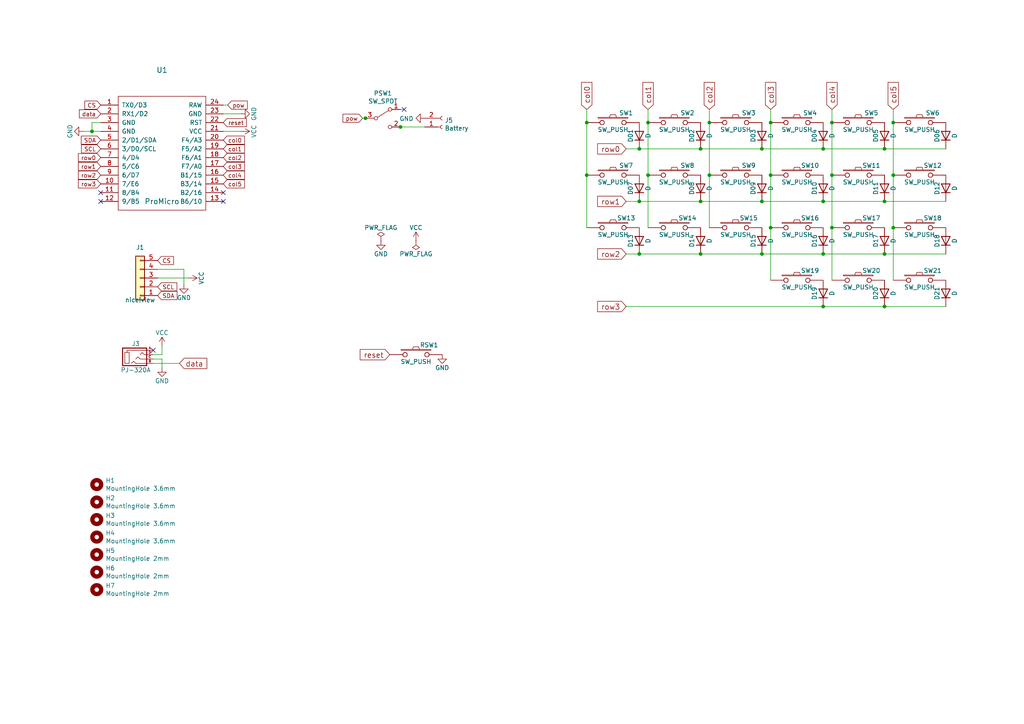
<source format=kicad_sch>
(kicad_sch (version 20230121) (generator eeschema)
  (paper "A4")
  (lib_symbols
    (symbol "Connector:Conn_01x02_Female" (pin_names (offset 1.016) hide)
      (property "Reference" "J2" (at 0.7112 -0.6096 0))
      (property "Value" "Conn_01x02_Female" (at 0.7112 -2.921 0))
      (symbol "Conn_01x02_Female_1_1"
        (arc (start 0 -2.032) (mid -0.5058 -2.54) (end 0 -3.048) (stroke (width 0.1524)))
        (polyline (pts (xy -1.27 -2.54) (xy -0.508 -2.54)) (stroke (width 0.1524)))
        (polyline (pts (xy -1.27 0) (xy -0.508 0)) (stroke (width 0.1524)))
        (arc (start 0 0.508) (mid -0.5058 0) (end 0 -0.508) (stroke (width 0.1524)))
        (pin passive line (at -5.08 -2.54 0) (length 3.81) (name "Pin_1") (number "1"))
        (pin passive line (at -5.08 0 0) (length 3.81) (name "Pin_2") (number "2"))
      )
    )
    (symbol "Connector_Generic:Conn_01x05" (pin_names (offset 1.016) hide)
      (property "Reference" "J3" (at 0 -8.89 0))
      (property "Value" "nice!view" (at 0 6.35 0))
      (symbol "Conn_01x05_1_1"
        (rectangle (start -1.27 -4.953) (end 0 -5.207) (stroke (width 0.1524)))
        (rectangle (start -1.27 -2.413) (end 0 -2.667) (stroke (width 0.1524)))
        (rectangle (start -1.27 0.127) (end 0 -0.127) (stroke (width 0.1524)))
        (rectangle (start -1.27 2.667) (end 0 2.413) (stroke (width 0.1524)))
        (rectangle (start -1.27 5.207) (end 0 4.953) (stroke (width 0.1524)))
        (rectangle (start -1.27 6.35) (end 1.27 -6.35) (stroke (width 0.254)) (fill (type background)))
        (pin passive line (at -5.08 5.08 0) (length 3.81) (name "Pin_1") (number "1"))
        (pin passive line (at -5.08 2.54 0) (length 3.81) (name "Pin_2") (number "2"))
        (pin passive line (at -5.08 0 0) (length 3.81) (name "Pin_3") (number "3"))
        (pin passive line (at -5.08 -2.54 0) (length 3.81) (name "Pin_4") (number "4"))
        (pin passive line (at -5.08 -5.08 0) (length 3.81) (name "Pin_5") (number "5"))
      )
    )
    (symbol "Device:D" (pin_numbers hide) (pin_names (offset 1.016) hide)
      (property "Reference" "D" (at 0 2.54 0))
      (property "Value" "D" (at 0 -2.54 0))
      (symbol "D_0_1"
        (polyline (pts (xy -1.27 1.27) (xy -1.27 -1.27)) (stroke (width 0.254)))
        (polyline (pts (xy 1.27 0) (xy -1.27 0)))
        (polyline (pts (xy 1.27 1.27) (xy 1.27 -1.27) (xy -1.27 0) (xy 1.27 1.27)) (stroke (width 0.254)))
      )
      (symbol "D_1_1"
        (pin passive line (at -3.81 0 0) (length 2.54) (name "K") (number "1"))
        (pin passive line (at 3.81 0 180) (length 2.54) (name "A") (number "2"))
      )
    )
    (symbol "Mechanical:MountingHole" (pin_names (offset 1.016))
      (property "Reference" "H" (at 0 5.08 0))
      (property "Value" "MountingHole" (at 0 3.175 0))
      (symbol "MountingHole_0_1"
        (circle (center 0 0) (radius 1.27) (stroke (width 1.27)))
      )
    )
    (symbol "Switch:SW_SPDT" (pin_names (offset 0) hide)
      (property "Reference" "SW22" (at 0 7.239 0))
      (property "Value" "SW_SPDT" (at 0 4.9276 0))
      (symbol "SW_SPDT_0_0"
        (circle (center -2.032 0) (radius 0.508))
        (circle (center 2.032 -2.54) (radius 0.508))
      )
      (symbol "SW_SPDT_0_1"
        (polyline (pts (xy -1.524 0.254) (xy 1.651 2.286)))
        (circle (center 2.032 2.54) (radius 0.508))
      )
      (symbol "SW_SPDT_1_1"
        (pin passive line (at 5.08 2.54 180) (length 2.54) (name "A") (number "1"))
        (pin passive line (at 5.08 -2.54 180) (length 2.54) (name "C") (number "2"))
        (pin passive line (at -5.08 0 0) (length 2.54) (name "B") (number "3"))
      )
    )
    (symbol "corne-cherry-left-rescue:MJ-4PP-9-kbd" (pin_names (offset 1.016))
      (property "Reference" "J" (at 0 3.81 0))
      (property "Value" "MJ-4PP-9-kbd" (at 0 -3.81 0))
      (symbol "MJ-4PP-9-kbd_0_1"
        (rectangle (start -1.905 -1.905) (end -3.175 1.27))
        (polyline (pts (xy -2.54 1.27) (xy -2.54 1.905) (xy 3.175 1.905)))
        (polyline (pts (xy -1.27 -1.905) (xy -0.635 -1.27) (xy 0 -1.905) (xy 3.175 -1.905)))
        (polyline (pts (xy 0 -0.635) (xy 0.635 0) (xy 1.27 -0.635) (xy 3.175 -0.635)))
        (polyline (pts (xy 1.27 0.635) (xy 1.905 1.27) (xy 2.54 0.635) (xy 3.175 0.635)))
        (rectangle (start 3.175 2.54) (end -3.81 -2.54) (stroke (width 0.3048)))
      )
      (symbol "MJ-4PP-9-kbd_1_1"
        (pin input line (at 5.08 1.905 180) (length 2.0066) (name "~") (number "A"))
        (pin input line (at 5.08 -1.905 180) (length 2.0066) (name "~") (number "B"))
        (pin input line (at 5.08 -0.635 180) (length 2.0066) (name "~") (number "C"))
        (pin input line (at 5.08 0.635 180) (length 2.0066) (name "~") (number "D"))
      )
    )
    (symbol "corne-cherry-left-rescue:ProMicro-kbd" (pin_names (offset 1.016))
      (property "Reference" "U" (at 0 19.05 0))
      (property "Value" "ProMicro-kbd" (at 0 -19.05 0))
      (symbol "ProMicro-kbd_0_1"
        (rectangle (start -12.7 16.51) (end 12.7 -16.51))
      )
      (symbol "ProMicro-kbd_1_1"
        (pin bidirectional line (at -17.78 13.97 0) (length 5.08) (name "TX0/D3") (number "1"))
        (pin bidirectional line (at -17.78 -8.89 0) (length 5.08) (name "7/E6") (number "10"))
        (pin bidirectional line (at -17.78 -11.43 0) (length 5.08) (name "8/B4") (number "11"))
        (pin bidirectional line (at -17.78 -13.97 0) (length 5.08) (name "9/B5") (number "12"))
        (pin bidirectional line (at 17.78 -13.97 180) (length 5.08) (name "B6/10") (number "13"))
        (pin bidirectional line (at 17.78 -11.43 180) (length 5.08) (name "B2/16") (number "14"))
        (pin bidirectional line (at 17.78 -8.89 180) (length 5.08) (name "B3/14") (number "15"))
        (pin bidirectional line (at 17.78 -6.35 180) (length 5.08) (name "B1/15") (number "16"))
        (pin bidirectional line (at 17.78 -3.81 180) (length 5.08) (name "F7/A0") (number "17"))
        (pin bidirectional line (at 17.78 -1.27 180) (length 5.08) (name "F6/A1") (number "18"))
        (pin bidirectional line (at 17.78 1.27 180) (length 5.08) (name "F5/A2") (number "19"))
        (pin bidirectional line (at -17.78 11.43 0) (length 5.08) (name "RX1/D2") (number "2"))
        (pin bidirectional line (at 17.78 3.81 180) (length 5.08) (name "F4/A3") (number "20"))
        (pin power_in line (at 17.78 6.35 180) (length 5.08) (name "VCC") (number "21"))
        (pin input line (at 17.78 8.89 180) (length 5.08) (name "RST") (number "22"))
        (pin power_in line (at 17.78 11.43 180) (length 5.08) (name "GND") (number "23"))
        (pin power_out line (at 17.78 13.97 180) (length 5.08) (name "RAW") (number "24"))
        (pin power_in line (at -17.78 8.89 0) (length 5.08) (name "GND") (number "3"))
        (pin power_in line (at -17.78 6.35 0) (length 5.08) (name "GND") (number "4"))
        (pin bidirectional line (at -17.78 3.81 0) (length 5.08) (name "2/D1/SDA") (number "5"))
        (pin bidirectional line (at -17.78 1.27 0) (length 5.08) (name "3/D0/SCL") (number "6"))
        (pin bidirectional line (at -17.78 -1.27 0) (length 5.08) (name "4/D4") (number "7"))
        (pin bidirectional line (at -17.78 -3.81 0) (length 5.08) (name "5/C6") (number "8"))
        (pin bidirectional line (at -17.78 -6.35 0) (length 5.08) (name "6/D7") (number "9"))
      )
    )
    (symbol "corne-cherry-left-rescue:SW_PUSH-kbd" (pin_numbers hide) (pin_names (offset 1.016) hide)
      (property "Reference" "SW" (at 3.81 2.794 0))
      (property "Value" "SW_PUSH-kbd" (at 0 -2.032 0))
      (symbol "SW_PUSH-kbd_0_1"
        (rectangle (start -4.318 1.27) (end 4.318 1.524))
        (polyline (pts (xy -1.016 1.524) (xy -0.762 2.286) (xy 0.762 2.286) (xy 1.016 1.524)))
        (pin passive inverted (at -7.62 0 0) (length 5.08) (name "1") (number "1"))
        (pin passive inverted (at 7.62 0 180) (length 5.08) (name "2") (number "2"))
      )
    )
    (symbol "kbd:SW_PUSH" (pin_numbers hide) (pin_names (offset 1.016) hide)
      (property "Reference" "SW" (at 3.81 2.794 0))
      (property "Value" "SW_PUSH" (at 0 -2.032 0))
      (symbol "SW_PUSH_0_1"
        (rectangle (start -4.318 1.27) (end 4.318 1.524))
        (polyline (pts (xy -1.016 1.524) (xy -0.762 2.286) (xy 0.762 2.286) (xy 1.016 1.524)))
        (pin passive inverted (at -7.62 0 0) (length 5.08) (name "1") (number "1"))
        (pin passive inverted (at 7.62 0 180) (length 5.08) (name "2") (number "2"))
      )
    )
    (symbol "power:GND" (power) (pin_names (offset 0))
      (property "Value" "GND" (at 0 -3.81 0))
      (symbol "GND_0_1"
        (polyline (pts (xy 0 0) (xy 0 -1.27) (xy 1.27 -1.27) (xy 0 -2.54) (xy -1.27 -1.27) (xy 0 -1.27)))
      )
      (symbol "GND_1_1"
        (pin power_in line (at 0 0 270) (length 0) hide (name "GND") (number "1"))
      )
    )
    (symbol "power:PWR_FLAG" (power) (pin_numbers hide) (pin_names (offset 0) hide)
      (property "Value" "PWR_FLAG" (at 0 3.81 0))
      (symbol "PWR_FLAG_0_0"
        (pin power_out line (at 0 0 90) (length 0) (name "pwr") (number "1"))
      )
      (symbol "PWR_FLAG_0_1"
        (polyline (pts (xy 0 0) (xy 0 1.27) (xy -1.016 1.905) (xy 0 2.54) (xy 1.016 1.905) (xy 0 1.27)))
      )
    )
    (symbol "power:VCC" (power) (pin_names (offset 0))
      (property "Value" "VCC" (at 0 3.81 0))
      (symbol "VCC_0_1"
        (polyline (pts (xy -0.762 1.27) (xy 0 2.54)))
        (polyline (pts (xy 0 0) (xy 0 2.54)))
        (polyline (pts (xy 0 2.54) (xy 0.762 1.27)))
      )
      (symbol "VCC_1_1"
        (pin power_in line (at 0 0 90) (length 0) hide (name "VCC") (number "1"))
      )
    )
  )
  (junction (at 203.2 43.18))
  (junction (at 256.54 73.66))
  (junction (at 223.52 50.8))
  (junction (at 187.96 35.56))
  (junction (at 241.3 35.56))
  (junction (at 256.54 88.9))
  (junction (at 170.18 50.8))
  (junction (at 259.08 50.8))
  (junction (at 26.67 38.1))
  (junction (at 105.9942 34.29))
  (junction (at 238.76 88.9))
  (junction (at 238.76 58.42))
  (junction (at 238.76 73.66))
  (junction (at 241.3 50.8))
  (junction (at 223.52 66.04))
  (junction (at 187.96 50.8))
  (junction (at 116.1542 36.83))
  (junction (at 205.74 35.56))
  (junction (at 241.3 66.04))
  (junction (at 220.98 73.66))
  (junction (at 185.42 43.18))
  (junction (at 256.54 43.18))
  (junction (at 259.08 66.04))
  (junction (at 203.2 73.66))
  (junction (at 238.76 43.18))
  (junction (at 203.2 58.42))
  (junction (at 259.08 35.56))
  (junction (at 256.54 58.42))
  (junction (at 223.52 35.56))
  (junction (at 205.74 50.8))
  (junction (at 185.42 73.66))
  (junction (at 170.18 35.56))
  (junction (at 220.98 43.18))
  (junction (at 220.98 58.42))
  (junction (at 185.42 58.42))
  (no_connect (at 29.21 58.42))
  (no_connect (at 44.45 101.6))
  (no_connect (at 64.77 58.42))
  (no_connect (at 29.21 55.88))
  (no_connect (at 64.77 55.88))
  (no_connect (at 117.221 31.75))
  (wire (pts (xy 259.08 50.8) (xy 259.08 66.04)))
  (wire (pts (xy 44.45 104.14) (xy 46.99 104.14)))
  (wire (pts (xy 181.61 88.9) (xy 238.76 88.9)))
  (wire (pts (xy 44.45 102.87) (xy 46.99 102.87)))
  (wire (pts (xy 24.13 38.1) (xy 26.67 38.1)))
  (wire (pts (xy 170.18 31.75) (xy 170.18 35.56)))
  (wire (pts (xy 241.3 31.75) (xy 241.3 35.56)))
  (wire (pts (xy 45.72 80.645) (xy 54.61 80.645)))
  (wire (pts (xy 259.08 35.56) (xy 259.08 50.8)))
  (wire (pts (xy 220.98 73.66) (xy 238.76 73.66)))
  (wire (pts (xy 259.08 31.75) (xy 259.08 35.56)))
  (wire (pts (xy 26.67 35.56) (xy 26.67 38.1)))
  (wire (pts (xy 170.18 50.8) (xy 170.18 66.04)))
  (wire (pts (xy 187.96 35.56) (xy 187.96 50.8)))
  (wire (pts (xy 46.99 104.14) (xy 46.99 106.68)))
  (wire (pts (xy 256.54 73.66) (xy 274.32 73.66)))
  (wire (pts (xy 181.61 43.18) (xy 185.42 43.18)))
  (wire (pts (xy 181.61 58.42) (xy 185.42 58.42)))
  (wire (pts (xy 53.34 82.55) (xy 53.34 78.105)))
  (wire (pts (xy 116.078 36.83) (xy 116.1542 36.83)))
  (wire (pts (xy 26.67 38.1) (xy 29.21 38.1)))
  (wire (pts (xy 187.96 31.75) (xy 187.96 35.56)))
  (wire (pts (xy 220.98 43.18) (xy 238.76 43.18)))
  (wire (pts (xy 256.54 88.9) (xy 274.32 88.9)))
  (wire (pts (xy 238.76 73.66) (xy 256.54 73.66)))
  (wire (pts (xy 256.54 43.18) (xy 274.32 43.18)))
  (wire (pts (xy 64.77 33.02) (xy 69.85 33.02)))
  (wire (pts (xy 205.74 31.75) (xy 205.74 35.56)))
  (wire (pts (xy 203.2 43.18) (xy 220.98 43.18)))
  (wire (pts (xy 241.3 50.8) (xy 241.3 66.04)))
  (wire (pts (xy 205.74 35.56) (xy 205.74 50.8)))
  (wire (pts (xy 185.42 58.42) (xy 203.2 58.42)))
  (wire (pts (xy 259.08 66.04) (xy 259.08 81.28)))
  (wire (pts (xy 223.52 66.04) (xy 223.52 81.28)))
  (wire (pts (xy 181.61 73.66) (xy 185.42 73.66)))
  (wire (pts (xy 241.3 66.04) (xy 241.3 81.28)))
  (wire (pts (xy 203.2 58.42) (xy 220.98 58.42)))
  (wire (pts (xy 223.52 35.56) (xy 223.52 50.8)))
  (wire (pts (xy 53.34 78.105) (xy 45.72 78.105)))
  (wire (pts (xy 46.99 102.87) (xy 46.99 100.33)))
  (wire (pts (xy 238.76 88.9) (xy 256.54 88.9)))
  (wire (pts (xy 29.21 35.56) (xy 26.67 35.56)))
  (wire (pts (xy 256.54 58.42) (xy 274.32 58.42)))
  (wire (pts (xy 105.9942 34.29) (xy 106.045 34.29)))
  (wire (pts (xy 203.2 73.66) (xy 220.98 73.66)))
  (wire (pts (xy 185.42 73.66) (xy 203.2 73.66)))
  (wire (pts (xy 64.77 38.1) (xy 69.85 38.1)))
  (wire (pts (xy 220.98 58.42) (xy 238.76 58.42)))
  (wire (pts (xy 44.45 105.41) (xy 52.07 105.41)))
  (wire (pts (xy 187.96 50.8) (xy 187.96 66.04)))
  (wire (pts (xy 223.52 31.75) (xy 223.52 35.56)))
  (wire (pts (xy 116.1542 31.75) (xy 117.221 31.75)))
  (wire (pts (xy 241.3 35.56) (xy 241.3 50.8)))
  (wire (pts (xy 185.42 43.18) (xy 203.2 43.18)))
  (wire (pts (xy 116.1542 36.83) (xy 123.19 36.83)))
  (wire (pts (xy 223.52 50.8) (xy 223.52 66.04)))
  (wire (pts (xy 238.76 43.18) (xy 256.54 43.18)))
  (wire (pts (xy 105.156 34.29) (xy 105.9942 34.29)))
  (wire (pts (xy 238.76 58.42) (xy 256.54 58.42)))
  (wire (pts (xy 170.18 35.56) (xy 170.18 50.8)))
  (wire (pts (xy 64.77 30.48) (xy 66.04 30.48)))
  (wire (pts (xy 205.74 50.8) (xy 205.74 66.04)))
  (global_label "pow" (shape input) (at 105.156 34.29 180) (effects (font (size 1.1938 1.1938))) (property "Intersheetrefs" "${INTERSHEET_REFS}" (effects hide)))
  (global_label "col3" (shape input) (at 64.77 48.26 0) (effects (font (size 1.1938 1.1938))) (property "Intersheetrefs" "${INTERSHEET_REFS}" (effects hide)))
  (global_label "col5" (shape input) (at 259.08 31.75 90) (effects (font (size 1.524 1.524))) (property "Intersheetrefs" "${INTERSHEET_REFS}" (effects hide)))
  (global_label "pow" (shape input) (at 66.04 30.48 0) (effects (font (size 1.1938 1.1938))) (property "Intersheetrefs" "${INTERSHEET_REFS}" (effects hide)))
  (global_label "col0" (shape input) (at 170.18 31.75 90) (effects (font (size 1.524 1.524))) (property "Intersheetrefs" "${INTERSHEET_REFS}" (effects hide)))
  (global_label "CS" (shape input) (at 45.72 75.565 0) (effects (font (size 1.1938 1.1938))) (property "Intersheetrefs" "${INTERSHEET_REFS}" (effects hide)))
  (global_label "col4" (shape input) (at 64.77 50.8 0) (effects (font (size 1.1938 1.1938))) (property "Intersheetrefs" "${INTERSHEET_REFS}" (effects hide)))
  (global_label "SDA" (shape input) (at 45.72 85.725 0) (effects (font (size 1.1938 1.1938))) (property "Intersheetrefs" "${INTERSHEET_REFS}" (effects hide)))
  (global_label "SCL" (shape input) (at 29.21 43.18 180) (effects (font (size 1.1938 1.1938))) (property "Intersheetrefs" "${INTERSHEET_REFS}" (effects hide)))
  (global_label "row3" (shape input) (at 181.61 88.9 180) (effects (font (size 1.524 1.524))) (property "Intersheetrefs" "${INTERSHEET_REFS}" (effects hide)))
  (global_label "col1" (shape input) (at 187.96 31.75 90) (effects (font (size 1.524 1.524))) (property "Intersheetrefs" "${INTERSHEET_REFS}" (effects hide)))
  (global_label "col0" (shape input) (at 64.77 40.64 0) (effects (font (size 1.1938 1.1938))) (property "Intersheetrefs" "${INTERSHEET_REFS}" (effects hide)))
  (global_label "row1" (shape input) (at 29.21 48.26 180) (effects (font (size 1.1938 1.1938))) (property "Intersheetrefs" "${INTERSHEET_REFS}" (effects hide)))
  (global_label "data" (shape input) (at 52.07 105.41 0) (effects (font (size 1.524 1.524))) (property "Intersheetrefs" "${INTERSHEET_REFS}" (effects hide)))
  (global_label "row3" (shape input) (at 29.21 53.34 180) (effects (font (size 1.1938 1.1938))) (property "Intersheetrefs" "${INTERSHEET_REFS}" (effects hide)))
  (global_label "col2" (shape input) (at 64.77 45.72 0) (effects (font (size 1.1938 1.1938))) (property "Intersheetrefs" "${INTERSHEET_REFS}" (effects hide)))
  (global_label "data" (shape input) (at 29.21 33.02 180) (effects (font (size 1.1938 1.1938))) (property "Intersheetrefs" "${INTERSHEET_REFS}" (effects hide)))
  (global_label "col5" (shape input) (at 64.77 53.34 0) (effects (font (size 1.1938 1.1938))) (property "Intersheetrefs" "${INTERSHEET_REFS}" (effects hide)))
  (global_label "SCL" (shape input) (at 45.72 83.185 0) (effects (font (size 1.1938 1.1938))) (property "Intersheetrefs" "${INTERSHEET_REFS}" (effects hide)))
  (global_label "reset" (shape input) (at 64.77 35.56 0) (effects (font (size 1.1938 1.1938))) (property "Intersheetrefs" "${INTERSHEET_REFS}" (effects hide)))
  (global_label "col3" (shape input) (at 223.52 31.75 90) (effects (font (size 1.524 1.524))) (property "Intersheetrefs" "${INTERSHEET_REFS}" (effects hide)))
  (global_label "row1" (shape input) (at 181.61 58.42 180) (effects (font (size 1.524 1.524))) (property "Intersheetrefs" "${INTERSHEET_REFS}" (effects hide)))
  (global_label "row0" (shape input) (at 29.21 45.72 180) (effects (font (size 1.1938 1.1938))) (property "Intersheetrefs" "${INTERSHEET_REFS}" (effects hide)))
  (global_label "reset" (shape input) (at 113.03 102.87 180) (effects (font (size 1.524 1.524))) (property "Intersheetrefs" "${INTERSHEET_REFS}" (effects hide)))
  (global_label "CS" (shape input) (at 29.21 30.48 180) (effects (font (size 1.1938 1.1938))) (property "Intersheetrefs" "${INTERSHEET_REFS}" (effects hide)))
  (global_label "row2" (shape input) (at 29.21 50.8 180) (effects (font (size 1.1938 1.1938))) (property "Intersheetrefs" "${INTERSHEET_REFS}" (effects hide)))
  (global_label "col4" (shape input) (at 241.3 31.75 90) (effects (font (size 1.524 1.524))) (property "Intersheetrefs" "${INTERSHEET_REFS}" (effects hide)))
  (global_label "row2" (shape input) (at 181.61 73.66 180) (effects (font (size 1.524 1.524))) (property "Intersheetrefs" "${INTERSHEET_REFS}" (effects hide)))
  (global_label "SDA" (shape input) (at 29.21 40.64 180) (effects (font (size 1.1938 1.1938))) (property "Intersheetrefs" "${INTERSHEET_REFS}" (effects hide)))
  (global_label "row0" (shape input) (at 181.61 43.18 180) (effects (font (size 1.524 1.524))) (property "Intersheetrefs" "${INTERSHEET_REFS}" (effects hide)))
  (global_label "col2" (shape input) (at 205.74 31.75 90) (effects (font (size 1.524 1.524))) (property "Intersheetrefs" "${INTERSHEET_REFS}" (effects hide)))
  (global_label "col1" (shape input) (at 64.77 43.18 0) (effects (font (size 1.1938 1.1938))) (property "Intersheetrefs" "${INTERSHEET_REFS}" (effects hide)))
  (symbol (lib_id "power:GND") (at 110.49 69.85 0) (unit 1)
    (property "Reference" "#PWR0108" (effects hide))
    (property "Value" "GND" (at 110.49 73.66 0))
  )
  (symbol (lib_id "Device:D") (at 256.54 85.09 90) (unit 1)
    (property "Reference" "D20" (at 254 85.09 0))
    (property "Value" "D" (at 259.08 85.09 0))
    (property "Footprint" "mriya:1N4148_T4" (effects hide))
  )
  (symbol (lib_id "Mechanical:MountingHole") (at 28.067 155.7782 0) (unit 1)
    (property "Reference" "H4" (at 30.607 154.6098 0) (effects (justify left)))
    (property "Value" "MountingHole 3.6mm" (at 30.607 156.9212 0) (effects (justify left)))
    (property "Footprint" "mriya:Hole_3.6mm" (effects hide))
  )
  (symbol (lib_id "Device:D") (at 256.54 69.85 90) (unit 1)
    (property "Reference" "D17" (at 254 69.85 0))
    (property "Value" "D" (at 259.08 69.85 0))
    (property "Footprint" "mriya:1N4148_T4" (effects hide))
  )
  (symbol (lib_id "corne-cherry-left-rescue:ProMicro-kbd") (at 46.99 44.45 0) (unit 1)
    (property "Reference" "U1" (at 46.99 20.32 0) (effects (font (size 1.524 1.524))))
    (property "Value" "ProMicro" (at 46.99 58.42 0) (effects (font (size 1.524 1.524))))
    (property "Footprint" "mriya:ProMicro" (effects hide))
  )
  (symbol (lib_id "corne-cherry-left-rescue:SW_PUSH-kbd") (at 248.92 35.56 0) (unit 1)
    (property "Reference" "SW5" (at 252.73 32.766 0))
    (property "Value" "SW_PUSH" (at 248.92 37.592 0))
    (property "Footprint" "mriya:CherryMX_Hotswap_1U" (effects hide))
  )
  (symbol (lib_id "Device:D") (at 203.2 39.37 90) (unit 1)
    (property "Reference" "D02" (at 200.66 39.37 0))
    (property "Value" "D" (at 205.74 39.37 0))
    (property "Footprint" "mriya:1N4148_T4" (effects hide))
  )
  (symbol (lib_id "Device:D") (at 203.2 69.85 90) (unit 1)
    (property "Reference" "D14" (at 200.66 69.85 0))
    (property "Value" "D" (at 205.74 69.85 0))
    (property "Footprint" "mriya:1N4148_T4" (effects hide))
  )
  (symbol (lib_id "corne-cherry-left-rescue:SW_PUSH-kbd") (at 177.8 66.04 0) (unit 1)
    (property "Reference" "SW13" (at 181.61 63.246 0))
    (property "Value" "SW_PUSH" (at 177.8 68.072 0))
    (property "Footprint" "mriya:CherryMX_Hotswap_1U" (effects hide))
  )
  (symbol (lib_id "corne-cherry-left-rescue:SW_PUSH-kbd") (at 266.7 81.28 0) (unit 1)
    (property "Reference" "SW21" (at 270.51 78.486 0))
    (property "Value" "SW_PUSH" (at 266.7 83.312 0))
    (property "Footprint" "mriya:CherryMX_Hotswap_1.25U" (effects hide))
  )
  (symbol (lib_id "Device:D") (at 220.98 69.85 90) (unit 1)
    (property "Reference" "D15" (at 218.44 69.85 0))
    (property "Value" "D" (at 223.52 69.85 0))
    (property "Footprint" "mriya:1N4148_T4" (effects hide))
  )
  (symbol (lib_id "corne-cherry-left-rescue:SW_PUSH-kbd") (at 177.8 35.56 0) (unit 1)
    (property "Reference" "SW1" (at 181.61 32.766 0))
    (property "Value" "SW_PUSH" (at 177.8 37.592 0))
    (property "Footprint" "mriya:CherryMX_Hotswap_1U" (effects hide))
  )
  (symbol (lib_id "corne-cherry-left-rescue:SW_PUSH-kbd") (at 195.58 35.56 0) (unit 1)
    (property "Reference" "SW2" (at 199.39 32.766 0))
    (property "Value" "SW_PUSH" (at 195.58 37.592 0))
    (property "Footprint" "mriya:CherryMX_Hotswap_1U" (effects hide))
  )
  (symbol (lib_id "power:VCC") (at 46.99 100.33 0) (unit 1)
    (property "Reference" "#PWR0105" (effects hide))
    (property "Value" "VCC" (at 46.99 96.52 0))
  )
  (symbol (lib_id "corne-cherry-left-rescue:SW_PUSH-kbd") (at 195.58 66.04 0) (unit 1)
    (property "Reference" "SW14" (at 199.39 63.246 0))
    (property "Value" "SW_PUSH" (at 195.58 68.072 0))
    (property "Footprint" "mriya:CherryMX_Hotswap_1U" (effects hide))
  )
  (symbol (lib_id "corne-cherry-left-rescue:SW_PUSH-kbd") (at 195.58 50.8 0) (unit 1)
    (property "Reference" "SW8" (at 199.39 48.006 0))
    (property "Value" "SW_PUSH" (at 195.58 52.832 0))
    (property "Footprint" "mriya:CherryMX_Hotswap_1U" (effects hide))
  )
  (symbol (lib_id "Device:D") (at 238.76 85.09 90) (unit 1)
    (property "Reference" "D19" (at 236.22 85.09 0))
    (property "Value" "D" (at 241.3 85.09 0))
    (property "Footprint" "mriya:1N4148_T4" (effects hide))
  )
  (symbol (lib_id "Mechanical:MountingHole") (at 28.067 140.5382 0) (unit 1)
    (property "Reference" "H1" (at 30.607 139.3698 0) (effects (justify left)))
    (property "Value" "MountingHole 3.6mm" (at 30.607 141.6812 0) (effects (justify left)))
    (property "Footprint" "mriya:Hole_3.6mm" (effects hide))
  )
  (symbol (lib_id "power:GND") (at 69.85 33.02 90) (unit 1)
    (property "Reference" "#PWR0102" (effects hide))
    (property "Value" "GND" (at 73.66 33.02 0))
  )
  (symbol (lib_id "corne-cherry-left-rescue:SW_PUSH-kbd") (at 266.7 66.04 0) (unit 1)
    (property "Reference" "SW18" (at 270.51 63.246 0))
    (property "Value" "SW_PUSH" (at 266.7 68.072 0))
    (property "Footprint" "mriya:CherryMX_Hotswap_1U" (effects hide))
  )
  (symbol (lib_id "power:GND") (at 46.99 106.68 0) (unit 1)
    (property "Reference" "#PWR0106" (effects hide))
    (property "Value" "GND" (at 46.99 110.49 0))
  )
  (symbol (lib_id "Device:D") (at 220.98 39.37 90) (unit 1)
    (property "Reference" "D03" (at 218.44 39.37 0))
    (property "Value" "D" (at 223.52 39.37 0))
    (property "Footprint" "mriya:1N4148_T4" (effects hide))
  )
  (symbol (lib_id "power:PWR_FLAG") (at 120.65 69.85 180) (unit 1)
    (property "Reference" "#FLG0101" (effects hide))
    (property "Value" "PWR_FLAG" (at 120.65 73.66 0))
  )
  (symbol (lib_id "Device:D") (at 185.42 69.85 90) (unit 1)
    (property "Reference" "D13" (at 182.88 69.85 0))
    (property "Value" "D" (at 187.96 69.85 0))
    (property "Footprint" "mriya:1N4148_T4" (effects hide))
  )
  (symbol (lib_id "Device:D") (at 256.54 39.37 90) (unit 1)
    (property "Reference" "D05" (at 254 39.37 0))
    (property "Value" "D" (at 259.08 39.37 0))
    (property "Footprint" "mriya:1N4148_T4" (effects hide))
  )
  (symbol (lib_id "corne-cherry-left-rescue:SW_PUSH-kbd") (at 266.7 50.8 0) (unit 1)
    (property "Reference" "SW12" (at 270.51 48.006 0))
    (property "Value" "SW_PUSH" (at 266.7 52.832 0))
    (property "Footprint" "mriya:CherryMX_Hotswap_1U" (effects hide))
  )
  (symbol (lib_id "Mechanical:MountingHole") (at 28.067 160.8582 0) (unit 1)
    (property "Reference" "H5" (at 30.607 159.6898 0) (effects (justify left)))
    (property "Value" "MountingHole 2mm" (at 30.607 162.0012 0) (effects (justify left)))
    (property "Footprint" "mriya:Hole_2mm" (effects hide))
  )
  (symbol (lib_id "Device:D") (at 203.2 54.61 90) (unit 1)
    (property "Reference" "D08" (at 200.66 54.61 0))
    (property "Value" "D" (at 205.74 54.61 0))
    (property "Footprint" "mriya:1N4148_T4" (effects hide))
  )
  (symbol (lib_id "corne-cherry-left-rescue:SW_PUSH-kbd") (at 231.14 35.56 0) (unit 1)
    (property "Reference" "SW4" (at 234.95 32.766 0))
    (property "Value" "SW_PUSH" (at 231.14 37.592 0))
    (property "Footprint" "mriya:CherryMX_Hotswap_1U" (effects hide))
  )
  (symbol (lib_id "Switch:SW_SPDT") (at 111.0742 34.29 0) (unit 1)
    (property "Reference" "PSW1" (at 111.0742 27.051 0))
    (property "Value" "SW_SPDT" (at 111.0742 29.3624 0))
    (property "Footprint" "mriya:SW_SPDT_PCM12" (effects hide))
  )
  (symbol (lib_id "power:GND") (at 128.27 102.87 0) (unit 1)
    (property "Reference" "#PWR0111" (effects hide))
    (property "Value" "GND" (at 128.27 106.68 0))
  )
  (symbol (lib_id "corne-cherry-left-rescue:SW_PUSH-kbd") (at 266.7 35.56 0) (unit 1)
    (property "Reference" "SW6" (at 270.51 32.766 0))
    (property "Value" "SW_PUSH" (at 266.7 37.592 0))
    (property "Footprint" "mriya:CherryMX_Hotswap_1U" (effects hide))
  )
  (symbol (lib_id "Device:D") (at 274.32 85.09 90) (unit 1)
    (property "Reference" "D21" (at 271.78 85.09 0))
    (property "Value" "D" (at 276.86 85.09 0))
    (property "Footprint" "mriya:1N4148_T4" (effects hide))
  )
  (symbol (lib_id "kbd:SW_PUSH") (at 120.65 102.87 0) (unit 1)
    (property "Reference" "RSW1" (at 124.46 100.076 0))
    (property "Value" "SW_PUSH" (at 120.65 104.902 0))
    (property "Footprint" "mriya:RSW_4.5x4.5_vert" (effects hide))
  )
  (symbol (lib_id "power:GND") (at 53.34 82.55 0) (unit 1)
    (property "Reference" "#PWR0107" (effects hide))
    (property "Value" "GND" (at 53.34 86.36 0))
  )
  (symbol (lib_id "Mechanical:MountingHole") (at 28.067 165.9382 0) (unit 1)
    (property "Reference" "H6" (at 30.607 164.7698 0) (effects (justify left)))
    (property "Value" "MountingHole 2mm" (at 30.607 167.0812 0) (effects (justify left)))
    (property "Footprint" "mriya:Hole_2mm" (effects hide))
  )
  (symbol (lib_id "power:GND") (at 123.19 34.29 270) (unit 1)
    (property "Reference" "#PWR0104" (effects hide))
    (property "Value" "GND" (at 119.9388 34.417 90) (effects (justify right)))
  )
  (symbol (lib_id "corne-cherry-left-rescue:MJ-4PP-9-kbd") (at 39.37 103.505 0) (unit 1)
    (property "Reference" "J3" (at 39.37 99.695 0))
    (property "Value" "PJ-320A" (at 39.37 107.315 0))
    (property "Footprint" "mriya:PJ-320A" (effects hide))
  )
  (symbol (lib_id "power:VCC") (at 54.61 80.645 270) (unit 1)
    (property "Reference" "#PWR0110" (effects hide))
    (property "Value" "VCC" (at 58.42 80.645 0))
  )
  (symbol (lib_id "Device:D") (at 256.54 54.61 90) (unit 1)
    (property "Reference" "D11" (at 254 54.61 0))
    (property "Value" "D" (at 259.08 54.61 0))
    (property "Footprint" "mriya:1N4148_T4" (effects hide))
  )
  (symbol (lib_id "Connector:Conn_01x02_Female") (at 128.27 34.29 0) (unit 1)
    (property "Reference" "J5" (at 128.9812 34.8996 0) (effects (justify left)))
    (property "Value" "Battery" (at 128.9812 37.211 0) (effects (justify left)))
    (property "Footprint" "mriya:Battery_2pin" (effects hide))
  )
  (symbol (lib_id "corne-cherry-left-rescue:SW_PUSH-kbd") (at 231.14 66.04 0) (unit 1)
    (property "Reference" "SW16" (at 234.95 63.246 0))
    (property "Value" "SW_PUSH" (at 231.14 68.072 0))
    (property "Footprint" "mriya:CherryMX_Hotswap_1U" (effects hide))
  )
  (symbol (lib_id "power:PWR_FLAG") (at 110.49 69.85 0) (unit 1)
    (property "Reference" "#FLG0102" (effects hide))
    (property "Value" "PWR_FLAG" (at 110.49 66.04 0))
  )
  (symbol (lib_id "corne-cherry-left-rescue:SW_PUSH-kbd") (at 213.36 50.8 0) (unit 1)
    (property "Reference" "SW9" (at 217.17 48.006 0))
    (property "Value" "SW_PUSH" (at 213.36 52.832 0))
    (property "Footprint" "mriya:CherryMX_Hotswap_1U" (effects hide))
  )
  (symbol (lib_id "corne-cherry-left-rescue:SW_PUSH-kbd") (at 248.92 50.8 0) (unit 1)
    (property "Reference" "SW11" (at 252.73 48.006 0))
    (property "Value" "SW_PUSH" (at 248.92 52.832 0))
    (property "Footprint" "mriya:CherryMX_Hotswap_1U" (effects hide))
  )
  (symbol (lib_id "power:VCC") (at 69.85 38.1 270) (unit 1)
    (property "Reference" "#PWR0103" (effects hide))
    (property "Value" "VCC" (at 73.66 38.1 0))
  )
  (symbol (lib_id "Device:D") (at 274.32 39.37 90) (unit 1)
    (property "Reference" "D06" (at 271.78 39.37 0))
    (property "Value" "D" (at 276.86 39.37 0))
    (property "Footprint" "mriya:1N4148_T4" (effects hide))
  )
  (symbol (lib_id "power:VCC") (at 120.65 69.85 0) (unit 1)
    (property "Reference" "#PWR0109" (effects hide))
    (property "Value" "VCC" (at 120.65 66.04 0))
  )
  (symbol (lib_id "corne-cherry-left-rescue:SW_PUSH-kbd") (at 213.36 66.04 0) (unit 1)
    (property "Reference" "SW15" (at 217.17 63.246 0))
    (property "Value" "SW_PUSH" (at 213.36 68.072 0))
    (property "Footprint" "mriya:CherryMX_Hotswap_1U" (effects hide))
  )
  (symbol (lib_id "Mechanical:MountingHole") (at 28.067 150.6982 0) (unit 1)
    (property "Reference" "H3" (at 30.607 149.5298 0) (effects (justify left)))
    (property "Value" "MountingHole 3.6mm" (at 30.607 151.8412 0) (effects (justify left)))
    (property "Footprint" "mriya:Hole_3.6mm" (effects hide))
  )
  (symbol (lib_id "Device:D") (at 238.76 39.37 90) (unit 1)
    (property "Reference" "D04" (at 236.22 39.37 0))
    (property "Value" "D" (at 241.3 39.37 0))
    (property "Footprint" "mriya:1N4148_T4" (effects hide))
  )
  (symbol (lib_id "Device:D") (at 238.76 54.61 90) (unit 1)
    (property "Reference" "D10" (at 236.22 54.61 0))
    (property "Value" "D" (at 241.3 54.61 0))
    (property "Footprint" "mriya:1N4148_T4" (effects hide))
  )
  (symbol (lib_id "corne-cherry-left-rescue:SW_PUSH-kbd") (at 213.36 35.56 0) (unit 1)
    (property "Reference" "SW3" (at 217.17 32.766 0))
    (property "Value" "SW_PUSH" (at 213.36 37.592 0))
    (property "Footprint" "mriya:CherryMX_Hotswap_1U" (effects hide))
  )
  (symbol (lib_id "Device:D") (at 274.32 69.85 90) (unit 1)
    (property "Reference" "D18" (at 271.78 69.85 0))
    (property "Value" "D" (at 276.86 69.85 0))
    (property "Footprint" "mriya:1N4148_T4" (effects hide))
  )
  (symbol (lib_id "Device:D") (at 274.32 54.61 90) (unit 1)
    (property "Reference" "D12" (at 271.78 54.61 0))
    (property "Value" "D" (at 276.86 54.61 0))
    (property "Footprint" "mriya:1N4148_T4" (effects hide))
  )
  (symbol (lib_id "Device:D") (at 185.42 54.61 90) (unit 1)
    (property "Reference" "D07" (at 182.88 54.61 0))
    (property "Value" "D" (at 187.96 54.61 0))
    (property "Footprint" "mriya:1N4148_T4" (effects hide))
  )
  (symbol (lib_id "Mechanical:MountingHole") (at 28.067 171.0182 0) (unit 1)
    (property "Reference" "H7" (at 30.607 169.8498 0) (effects (justify left)))
    (property "Value" "MountingHole 2mm" (at 30.607 172.1612 0) (effects (justify left)))
    (property "Footprint" "mriya:Hole_2mm" (effects hide))
  )
  (symbol (lib_id "Device:D") (at 220.98 54.61 90) (unit 1)
    (property "Reference" "D09" (at 218.44 54.61 0))
    (property "Value" "D" (at 223.52 54.61 0))
    (property "Footprint" "mriya:1N4148_T4" (effects hide))
  )
  (symbol (lib_id "Connector_Generic:Conn_01x05") (at 40.64 80.645 180) (unit 1)
    (property "Reference" "J1" (at 40.64 71.755 0))
    (property "Value" "nice!view" (at 40.64 86.995 0))
    (property "Footprint" "mriya:nice_view" (effects hide))
  )
  (symbol (lib_id "corne-cherry-left-rescue:SW_PUSH-kbd") (at 248.92 66.04 0) (unit 1)
    (property "Reference" "SW17" (at 252.73 63.246 0))
    (property "Value" "SW_PUSH" (at 248.92 68.072 0))
    (property "Footprint" "mriya:CherryMX_Hotswap_1U" (effects hide))
  )
  (symbol (lib_id "corne-cherry-left-rescue:SW_PUSH-kbd") (at 231.14 50.8 0) (unit 1)
    (property "Reference" "SW10" (at 234.95 48.006 0))
    (property "Value" "SW_PUSH" (at 231.14 52.832 0))
    (property "Footprint" "mriya:CherryMX_Hotswap_1U" (effects hide))
  )
  (symbol (lib_id "corne-cherry-left-rescue:SW_PUSH-kbd") (at 248.92 81.28 0) (unit 1)
    (property "Reference" "SW20" (at 252.73 78.486 0))
    (property "Value" "SW_PUSH" (at 248.92 83.312 0))
    (property "Footprint" "mriya:CherryMX_Hotswap_1U" (effects hide))
  )
  (symbol (lib_id "corne-cherry-left-rescue:SW_PUSH-kbd") (at 231.14 81.28 0) (unit 1)
    (property "Reference" "SW19" (at 234.95 78.486 0))
    (property "Value" "SW_PUSH" (at 231.14 83.312 0))
    (property "Footprint" "mriya:CherryMX_Hotswap_1U" (effects hide))
  )
  (symbol (lib_id "Mechanical:MountingHole") (at 28.067 145.6182 0) (unit 1)
    (property "Reference" "H2" (at 30.607 144.4498 0) (effects (justify left)))
    (property "Value" "MountingHole 3.6mm" (at 30.607 146.7612 0) (effects (justify left)))
    (property "Footprint" "mriya:Hole_3.6mm" (effects hide))
  )
  (symbol (lib_id "power:GND") (at 24.13 38.1 270) (unit 1)
    (property "Reference" "#PWR0101" (effects hide))
    (property "Value" "GND" (at 20.32 38.1 0))
  )
  (symbol (lib_id "Device:D") (at 185.42 39.37 90) (unit 1)
    (property "Reference" "D01" (at 182.88 39.37 0))
    (property "Value" "D" (at 187.96 39.37 0))
    (property "Footprint" "mriya:1N4148_T4" (effects hide))
  )
  (symbol (lib_id "corne-cherry-left-rescue:SW_PUSH-kbd") (at 177.8 50.8 0) (unit 1)
    (property "Reference" "SW7" (at 181.61 48.006 0))
    (property "Value" "SW_PUSH" (at 177.8 52.832 0))
    (property "Footprint" "mriya:CherryMX_Hotswap_1U" (effects hide))
  )
  (symbol (lib_id "Device:D") (at 238.76 69.85 90) (unit 1)
    (property "Reference" "D16" (at 236.22 69.85 0))
    (property "Value" "D" (at 241.3 69.85 0))
    (property "Footprint" "mriya:1N4148_T4" (effects hide))
  )
)
</source>
